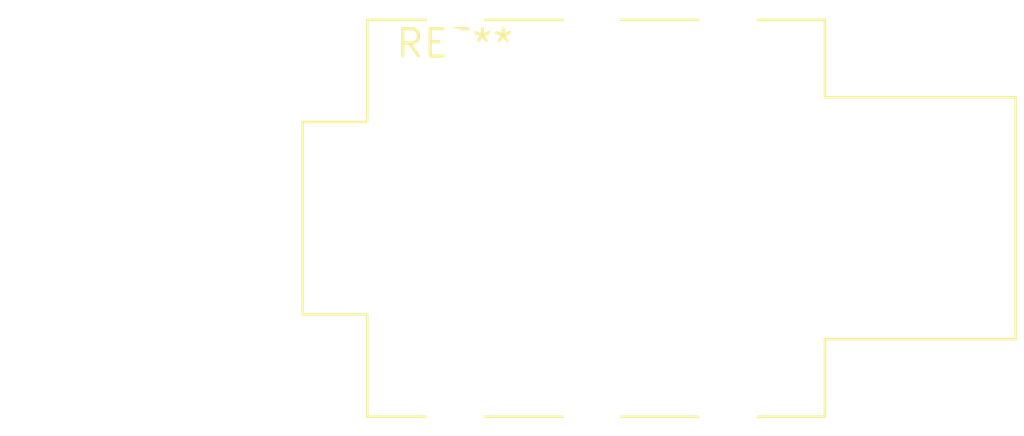
<source format=kicad_pcb>
(kicad_pcb (version 20240108) (generator pcbnew)
  (layers (0 "F.Cu" signal) (31 "B.Cu" signal) (34 "B.Paste" user) (35 "F.Paste" user) (36 "B.SilkS" user "B.Silkscreen") (37 "F.SilkS" user "F.Silkscreen") (38 "B.Mask" user) (39 "F.Mask" user) (44 "Edge.Cuts" user))
  (net 0 "")
  (footprint "Jack_6.35mm_Neutrik_NMJ6HFD2_Horizontal" (layer "F.Cu") (at 0 0)
    (property "Reference" "REF**")
    (property "Value" "Jack_6.35mm_Neutrik_NMJ6HFD2_Horizontal")
    (fp_line (start -7.07 3.645) (end -4.07 3.645) (layer "F.SilkS") (stroke (width 0.12)))
    (fp_line (start -7.07 12.545) (end -7.07 3.645) (layer "F.SilkS") (stroke (width 0.12)))
    (fp_line (start -7.07 12.585) (end -4.07 12.585) (layer "F.SilkS") (stroke (width 0.12)))
    (fp_line (start -4.07 -1.105) (end -1.35 -1.105) (layer "F.SilkS") (stroke (width 0.12)))
    (fp_line (start -4.07 3.645) (end -4.07 -1.105) (layer "F.SilkS") (stroke (width 0.12)))
    (fp_line (start -4.07 17.335) (end -4.07 12.585) (layer "F.SilkS") (stroke (width 0.12)))
    (fp_line (start -1.35 17.335) (end -4.07 17.335) (layer "F.SilkS") (stroke (width 0.12)))
    (fp_line (start 1.4 -1.105) (end 5 -1.105) (layer "F.SilkS") (stroke (width 0.12)))
    (fp_line (start 5 17.335) (end 1.4 17.335) (layer "F.SilkS") (stroke (width 0.12)))
    (fp_line (start 7.7 -1.105) (end 11.3 -1.105) (layer "F.SilkS") (stroke (width 0.12)))
    (fp_line (start 11.3 17.335) (end 7.7 17.335) (layer "F.SilkS") (stroke (width 0.12)))
    (fp_line (start 17.17 -1.105) (end 14.05 -1.105) (layer "F.SilkS") (stroke (width 0.12)))
    (fp_line (start 17.17 2.495) (end 17.17 -1.105) (layer "F.SilkS") (stroke (width 0.12)))
    (fp_line (start 17.17 2.495) (end 26.02 2.495) (layer "F.SilkS") (stroke (width 0.12)))
    (fp_line (start 17.17 13.735) (end 26.02 13.735) (layer "F.SilkS") (stroke (width 0.12)))
    (fp_line (start 17.17 17.335) (end 14.05 17.335) (layer "F.SilkS") (stroke (width 0.12)))
    (fp_line (start 17.17 17.335) (end 17.17 13.735) (layer "F.SilkS") (stroke (width 0.12)))
    (fp_line (start 26.02 13.735) (end 26.02 2.495) (layer "F.SilkS") (stroke (width 0.12)))
    (pad "R" thru_hole circle (at 6.35 0) (size 3 3) (drill 1.4) (layers *.Cu *.Mask) (remove_unused_layers))
    (pad "RN" thru_hole circle (at 6.35 16.23) (size 3 3) (drill 1.4) (layers *.Cu *.Mask) (remove_unused_layers))
    (pad "S" thru_hole circle (at 12.7 0) (size 3 3) (drill 1.4) (layers *.Cu *.Mask) (remove_unused_layers))
    (pad "SN" thru_hole circle (at 12.7 16.23) (size 3 3) (drill 1.4) (layers *.Cu *.Mask) (remove_unused_layers))
    (pad "T" thru_hole circle (at 0 0) (size 3 3) (drill 1.4) (layers *.Cu *.Mask) (remove_unused_layers))
    (pad "TN" thru_hole circle (at 0 16.23) (size 3 3) (drill 1.4) (layers *.Cu *.Mask) (remove_unused_layers))
  )
)
</source>
